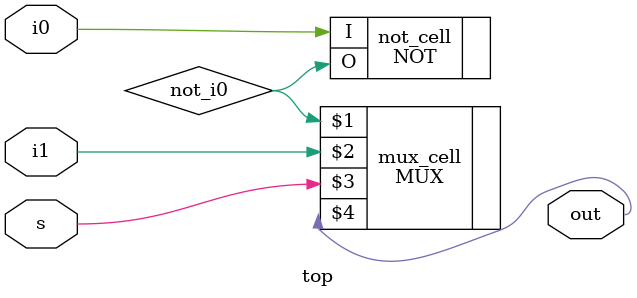
<source format=v>
module top(
  input  wire i0,
  input  wire i1,
  input  wire s,
  output wire out
);

  wire not_i0;
  NOT not_cell (.I(i0), .O(not_i0));

  MUX mux_cell (not_i0, i1, s, out);

endmodule

</source>
